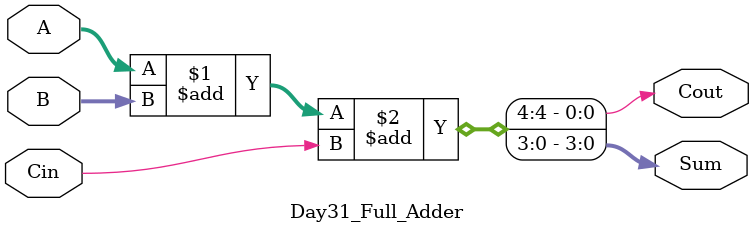
<source format=v>
module Day31_Full_Adder(input [3:0] A,
                       input [3:0] B,
                       input Cin,
                       output [3:0]Sum,
                       output Cout);
  //The sum of A and B can be stored in Sum and Cout using the concatenation operator
  
  assign {Cout, Sum[3:0]} = A + B + Cin;
  
endmodule


</source>
